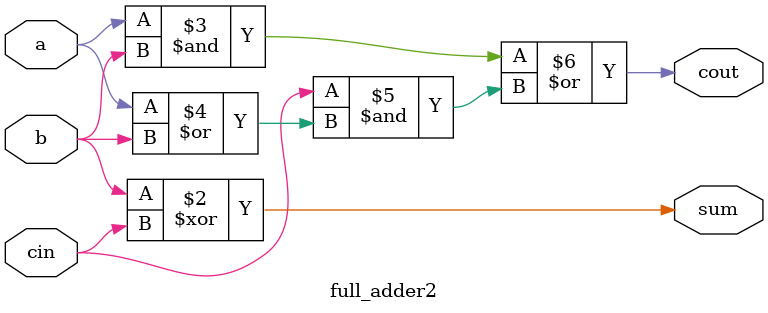
<source format=v>
module full_adder2(a,b,cin,sum,cout);
input a,b,cin;
output sum,cout;
assign sum = 1'b0^b^cin;
assign cout = a&b|cin&(a|b); 
// initial begin
//     $display("The incorrect adder with xor0 having in1/0");
// end   
endmodule

</source>
